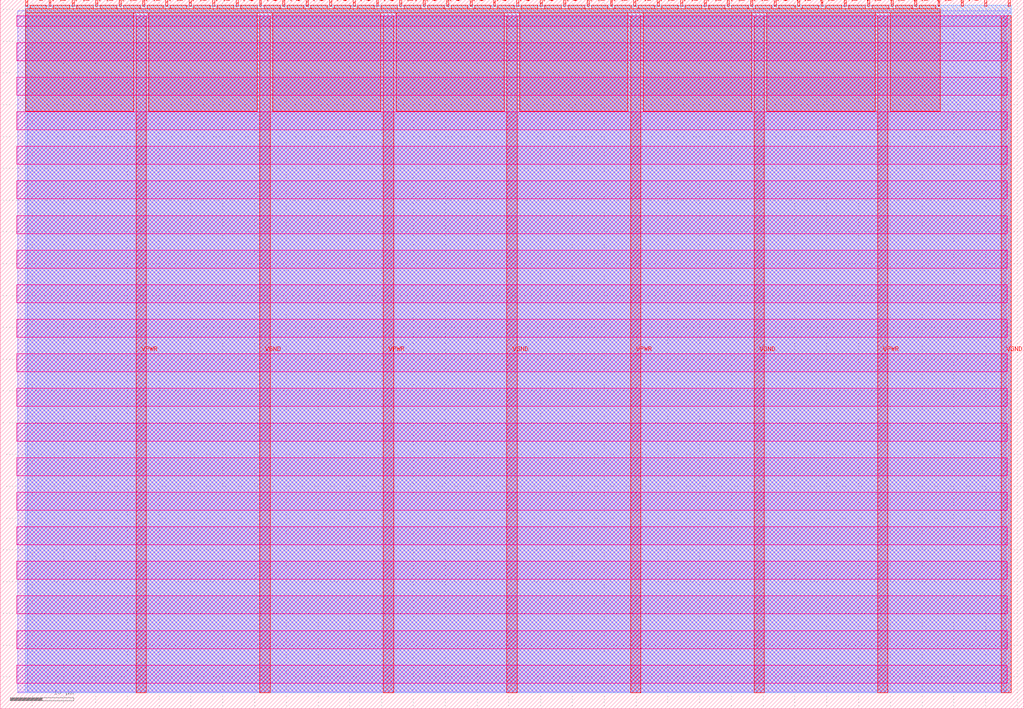
<source format=lef>
VERSION 5.7 ;
  NOWIREEXTENSIONATPIN ON ;
  DIVIDERCHAR "/" ;
  BUSBITCHARS "[]" ;
MACRO tt_um_6bitaddr
  CLASS BLOCK ;
  FOREIGN tt_um_6bitaddr ;
  ORIGIN 0.000 0.000 ;
  SIZE 161.000 BY 111.520 ;
  PIN VGND
    DIRECTION INOUT ;
    USE GROUND ;
    PORT
      LAYER met4 ;
        RECT 40.830 2.480 42.430 109.040 ;
    END
    PORT
      LAYER met4 ;
        RECT 79.700 2.480 81.300 109.040 ;
    END
    PORT
      LAYER met4 ;
        RECT 118.570 2.480 120.170 109.040 ;
    END
    PORT
      LAYER met4 ;
        RECT 157.440 2.480 159.040 109.040 ;
    END
  END VGND
  PIN VPWR
    DIRECTION INOUT ;
    USE POWER ;
    PORT
      LAYER met4 ;
        RECT 21.395 2.480 22.995 109.040 ;
    END
    PORT
      LAYER met4 ;
        RECT 60.265 2.480 61.865 109.040 ;
    END
    PORT
      LAYER met4 ;
        RECT 99.135 2.480 100.735 109.040 ;
    END
    PORT
      LAYER met4 ;
        RECT 138.005 2.480 139.605 109.040 ;
    END
  END VPWR
  PIN clk
    DIRECTION INPUT ;
    USE SIGNAL ;
    PORT
      LAYER met4 ;
        RECT 154.870 110.520 155.170 111.520 ;
    END
  END clk
  PIN ena
    DIRECTION INPUT ;
    USE SIGNAL ;
    PORT
      LAYER met4 ;
        RECT 158.550 110.520 158.850 111.520 ;
    END
  END ena
  PIN rst_n
    DIRECTION INPUT ;
    USE SIGNAL ;
    PORT
      LAYER met4 ;
        RECT 151.190 110.520 151.490 111.520 ;
    END
  END rst_n
  PIN ui_in[0]
    DIRECTION INPUT ;
    USE SIGNAL ;
    ANTENNAGATEAREA 0.196500 ;
    PORT
      LAYER met4 ;
        RECT 147.510 110.520 147.810 111.520 ;
    END
  END ui_in[0]
  PIN ui_in[1]
    DIRECTION INPUT ;
    USE SIGNAL ;
    ANTENNAGATEAREA 0.196500 ;
    PORT
      LAYER met4 ;
        RECT 143.830 110.520 144.130 111.520 ;
    END
  END ui_in[1]
  PIN ui_in[2]
    DIRECTION INPUT ;
    USE SIGNAL ;
    ANTENNAGATEAREA 0.196500 ;
    PORT
      LAYER met4 ;
        RECT 140.150 110.520 140.450 111.520 ;
    END
  END ui_in[2]
  PIN ui_in[3]
    DIRECTION INPUT ;
    USE SIGNAL ;
    ANTENNAGATEAREA 0.196500 ;
    PORT
      LAYER met4 ;
        RECT 136.470 110.520 136.770 111.520 ;
    END
  END ui_in[3]
  PIN ui_in[4]
    DIRECTION INPUT ;
    USE SIGNAL ;
    ANTENNAGATEAREA 0.196500 ;
    PORT
      LAYER met4 ;
        RECT 132.790 110.520 133.090 111.520 ;
    END
  END ui_in[4]
  PIN ui_in[5]
    DIRECTION INPUT ;
    USE SIGNAL ;
    ANTENNAGATEAREA 0.196500 ;
    PORT
      LAYER met4 ;
        RECT 129.110 110.520 129.410 111.520 ;
    END
  END ui_in[5]
  PIN ui_in[6]
    DIRECTION INPUT ;
    USE SIGNAL ;
    ANTENNAGATEAREA 0.213000 ;
    PORT
      LAYER met4 ;
        RECT 125.430 110.520 125.730 111.520 ;
    END
  END ui_in[6]
  PIN ui_in[7]
    DIRECTION INPUT ;
    USE SIGNAL ;
    PORT
      LAYER met4 ;
        RECT 121.750 110.520 122.050 111.520 ;
    END
  END ui_in[7]
  PIN uio_in[0]
    DIRECTION INPUT ;
    USE SIGNAL ;
    ANTENNAGATEAREA 0.196500 ;
    PORT
      LAYER met4 ;
        RECT 118.070 110.520 118.370 111.520 ;
    END
  END uio_in[0]
  PIN uio_in[1]
    DIRECTION INPUT ;
    USE SIGNAL ;
    ANTENNAGATEAREA 0.196500 ;
    PORT
      LAYER met4 ;
        RECT 114.390 110.520 114.690 111.520 ;
    END
  END uio_in[1]
  PIN uio_in[2]
    DIRECTION INPUT ;
    USE SIGNAL ;
    ANTENNAGATEAREA 0.196500 ;
    PORT
      LAYER met4 ;
        RECT 110.710 110.520 111.010 111.520 ;
    END
  END uio_in[2]
  PIN uio_in[3]
    DIRECTION INPUT ;
    USE SIGNAL ;
    ANTENNAGATEAREA 0.196500 ;
    PORT
      LAYER met4 ;
        RECT 107.030 110.520 107.330 111.520 ;
    END
  END uio_in[3]
  PIN uio_in[4]
    DIRECTION INPUT ;
    USE SIGNAL ;
    ANTENNAGATEAREA 0.196500 ;
    PORT
      LAYER met4 ;
        RECT 103.350 110.520 103.650 111.520 ;
    END
  END uio_in[4]
  PIN uio_in[5]
    DIRECTION INPUT ;
    USE SIGNAL ;
    ANTENNAGATEAREA 0.196500 ;
    PORT
      LAYER met4 ;
        RECT 99.670 110.520 99.970 111.520 ;
    END
  END uio_in[5]
  PIN uio_in[6]
    DIRECTION INPUT ;
    USE SIGNAL ;
    PORT
      LAYER met4 ;
        RECT 95.990 110.520 96.290 111.520 ;
    END
  END uio_in[6]
  PIN uio_in[7]
    DIRECTION INPUT ;
    USE SIGNAL ;
    PORT
      LAYER met4 ;
        RECT 92.310 110.520 92.610 111.520 ;
    END
  END uio_in[7]
  PIN uio_oe[0]
    DIRECTION OUTPUT TRISTATE ;
    USE SIGNAL ;
    PORT
      LAYER met4 ;
        RECT 29.750 110.520 30.050 111.520 ;
    END
  END uio_oe[0]
  PIN uio_oe[1]
    DIRECTION OUTPUT TRISTATE ;
    USE SIGNAL ;
    PORT
      LAYER met4 ;
        RECT 26.070 110.520 26.370 111.520 ;
    END
  END uio_oe[1]
  PIN uio_oe[2]
    DIRECTION OUTPUT TRISTATE ;
    USE SIGNAL ;
    PORT
      LAYER met4 ;
        RECT 22.390 110.520 22.690 111.520 ;
    END
  END uio_oe[2]
  PIN uio_oe[3]
    DIRECTION OUTPUT TRISTATE ;
    USE SIGNAL ;
    PORT
      LAYER met4 ;
        RECT 18.710 110.520 19.010 111.520 ;
    END
  END uio_oe[3]
  PIN uio_oe[4]
    DIRECTION OUTPUT TRISTATE ;
    USE SIGNAL ;
    PORT
      LAYER met4 ;
        RECT 15.030 110.520 15.330 111.520 ;
    END
  END uio_oe[4]
  PIN uio_oe[5]
    DIRECTION OUTPUT TRISTATE ;
    USE SIGNAL ;
    PORT
      LAYER met4 ;
        RECT 11.350 110.520 11.650 111.520 ;
    END
  END uio_oe[5]
  PIN uio_oe[6]
    DIRECTION OUTPUT TRISTATE ;
    USE SIGNAL ;
    PORT
      LAYER met4 ;
        RECT 7.670 110.520 7.970 111.520 ;
    END
  END uio_oe[6]
  PIN uio_oe[7]
    DIRECTION OUTPUT TRISTATE ;
    USE SIGNAL ;
    PORT
      LAYER met4 ;
        RECT 3.990 110.520 4.290 111.520 ;
    END
  END uio_oe[7]
  PIN uio_out[0]
    DIRECTION OUTPUT TRISTATE ;
    USE SIGNAL ;
    PORT
      LAYER met4 ;
        RECT 59.190 110.520 59.490 111.520 ;
    END
  END uio_out[0]
  PIN uio_out[1]
    DIRECTION OUTPUT TRISTATE ;
    USE SIGNAL ;
    PORT
      LAYER met4 ;
        RECT 55.510 110.520 55.810 111.520 ;
    END
  END uio_out[1]
  PIN uio_out[2]
    DIRECTION OUTPUT TRISTATE ;
    USE SIGNAL ;
    PORT
      LAYER met4 ;
        RECT 51.830 110.520 52.130 111.520 ;
    END
  END uio_out[2]
  PIN uio_out[3]
    DIRECTION OUTPUT TRISTATE ;
    USE SIGNAL ;
    PORT
      LAYER met4 ;
        RECT 48.150 110.520 48.450 111.520 ;
    END
  END uio_out[3]
  PIN uio_out[4]
    DIRECTION OUTPUT TRISTATE ;
    USE SIGNAL ;
    PORT
      LAYER met4 ;
        RECT 44.470 110.520 44.770 111.520 ;
    END
  END uio_out[4]
  PIN uio_out[5]
    DIRECTION OUTPUT TRISTATE ;
    USE SIGNAL ;
    PORT
      LAYER met4 ;
        RECT 40.790 110.520 41.090 111.520 ;
    END
  END uio_out[5]
  PIN uio_out[6]
    DIRECTION OUTPUT TRISTATE ;
    USE SIGNAL ;
    PORT
      LAYER met4 ;
        RECT 37.110 110.520 37.410 111.520 ;
    END
  END uio_out[6]
  PIN uio_out[7]
    DIRECTION OUTPUT TRISTATE ;
    USE SIGNAL ;
    PORT
      LAYER met4 ;
        RECT 33.430 110.520 33.730 111.520 ;
    END
  END uio_out[7]
  PIN uo_out[0]
    DIRECTION OUTPUT TRISTATE ;
    USE SIGNAL ;
    ANTENNADIFFAREA 1.721000 ;
    PORT
      LAYER met4 ;
        RECT 88.630 110.520 88.930 111.520 ;
    END
  END uo_out[0]
  PIN uo_out[1]
    DIRECTION OUTPUT TRISTATE ;
    USE SIGNAL ;
    ANTENNADIFFAREA 1.721000 ;
    PORT
      LAYER met4 ;
        RECT 84.950 110.520 85.250 111.520 ;
    END
  END uo_out[1]
  PIN uo_out[2]
    DIRECTION OUTPUT TRISTATE ;
    USE SIGNAL ;
    ANTENNADIFFAREA 1.524450 ;
    PORT
      LAYER met4 ;
        RECT 81.270 110.520 81.570 111.520 ;
    END
  END uo_out[2]
  PIN uo_out[3]
    DIRECTION OUTPUT TRISTATE ;
    USE SIGNAL ;
    ANTENNADIFFAREA 1.721000 ;
    PORT
      LAYER met4 ;
        RECT 77.590 110.520 77.890 111.520 ;
    END
  END uo_out[3]
  PIN uo_out[4]
    DIRECTION OUTPUT TRISTATE ;
    USE SIGNAL ;
    ANTENNADIFFAREA 1.524450 ;
    PORT
      LAYER met4 ;
        RECT 73.910 110.520 74.210 111.520 ;
    END
  END uo_out[4]
  PIN uo_out[5]
    DIRECTION OUTPUT TRISTATE ;
    USE SIGNAL ;
    ANTENNADIFFAREA 1.721000 ;
    PORT
      LAYER met4 ;
        RECT 70.230 110.520 70.530 111.520 ;
    END
  END uo_out[5]
  PIN uo_out[6]
    DIRECTION OUTPUT TRISTATE ;
    USE SIGNAL ;
    ANTENNADIFFAREA 0.462000 ;
    PORT
      LAYER met4 ;
        RECT 66.550 110.520 66.850 111.520 ;
    END
  END uo_out[6]
  PIN uo_out[7]
    DIRECTION OUTPUT TRISTATE ;
    USE SIGNAL ;
    PORT
      LAYER met4 ;
        RECT 62.870 110.520 63.170 111.520 ;
    END
  END uo_out[7]
  OBS
      LAYER nwell ;
        RECT 2.570 107.385 158.430 108.990 ;
        RECT 2.570 101.945 158.430 104.775 ;
        RECT 2.570 96.505 158.430 99.335 ;
        RECT 2.570 91.065 158.430 93.895 ;
        RECT 2.570 85.625 158.430 88.455 ;
        RECT 2.570 80.185 158.430 83.015 ;
        RECT 2.570 74.745 158.430 77.575 ;
        RECT 2.570 69.305 158.430 72.135 ;
        RECT 2.570 63.865 158.430 66.695 ;
        RECT 2.570 58.425 158.430 61.255 ;
        RECT 2.570 52.985 158.430 55.815 ;
        RECT 2.570 47.545 158.430 50.375 ;
        RECT 2.570 42.105 158.430 44.935 ;
        RECT 2.570 36.665 158.430 39.495 ;
        RECT 2.570 31.225 158.430 34.055 ;
        RECT 2.570 25.785 158.430 28.615 ;
        RECT 2.570 20.345 158.430 23.175 ;
        RECT 2.570 14.905 158.430 17.735 ;
        RECT 2.570 9.465 158.430 12.295 ;
        RECT 2.570 4.025 158.430 6.855 ;
      LAYER li1 ;
        RECT 2.760 2.635 158.240 108.885 ;
      LAYER met1 ;
        RECT 2.760 2.480 159.040 109.780 ;
      LAYER met2 ;
        RECT 4.230 2.535 159.010 110.685 ;
      LAYER met3 ;
        RECT 3.950 2.555 159.030 110.665 ;
      LAYER met4 ;
        RECT 4.690 110.120 7.270 110.665 ;
        RECT 8.370 110.120 10.950 110.665 ;
        RECT 12.050 110.120 14.630 110.665 ;
        RECT 15.730 110.120 18.310 110.665 ;
        RECT 19.410 110.120 21.990 110.665 ;
        RECT 23.090 110.120 25.670 110.665 ;
        RECT 26.770 110.120 29.350 110.665 ;
        RECT 30.450 110.120 33.030 110.665 ;
        RECT 34.130 110.120 36.710 110.665 ;
        RECT 37.810 110.120 40.390 110.665 ;
        RECT 41.490 110.120 44.070 110.665 ;
        RECT 45.170 110.120 47.750 110.665 ;
        RECT 48.850 110.120 51.430 110.665 ;
        RECT 52.530 110.120 55.110 110.665 ;
        RECT 56.210 110.120 58.790 110.665 ;
        RECT 59.890 110.120 62.470 110.665 ;
        RECT 63.570 110.120 66.150 110.665 ;
        RECT 67.250 110.120 69.830 110.665 ;
        RECT 70.930 110.120 73.510 110.665 ;
        RECT 74.610 110.120 77.190 110.665 ;
        RECT 78.290 110.120 80.870 110.665 ;
        RECT 81.970 110.120 84.550 110.665 ;
        RECT 85.650 110.120 88.230 110.665 ;
        RECT 89.330 110.120 91.910 110.665 ;
        RECT 93.010 110.120 95.590 110.665 ;
        RECT 96.690 110.120 99.270 110.665 ;
        RECT 100.370 110.120 102.950 110.665 ;
        RECT 104.050 110.120 106.630 110.665 ;
        RECT 107.730 110.120 110.310 110.665 ;
        RECT 111.410 110.120 113.990 110.665 ;
        RECT 115.090 110.120 117.670 110.665 ;
        RECT 118.770 110.120 121.350 110.665 ;
        RECT 122.450 110.120 125.030 110.665 ;
        RECT 126.130 110.120 128.710 110.665 ;
        RECT 129.810 110.120 132.390 110.665 ;
        RECT 133.490 110.120 136.070 110.665 ;
        RECT 137.170 110.120 139.750 110.665 ;
        RECT 140.850 110.120 143.430 110.665 ;
        RECT 144.530 110.120 147.110 110.665 ;
        RECT 3.975 109.440 147.825 110.120 ;
        RECT 3.975 94.015 20.995 109.440 ;
        RECT 23.395 94.015 40.430 109.440 ;
        RECT 42.830 94.015 59.865 109.440 ;
        RECT 62.265 94.015 79.300 109.440 ;
        RECT 81.700 94.015 98.735 109.440 ;
        RECT 101.135 94.015 118.170 109.440 ;
        RECT 120.570 94.015 137.605 109.440 ;
        RECT 140.005 94.015 147.825 109.440 ;
  END
END tt_um_6bitaddr
END LIBRARY


</source>
